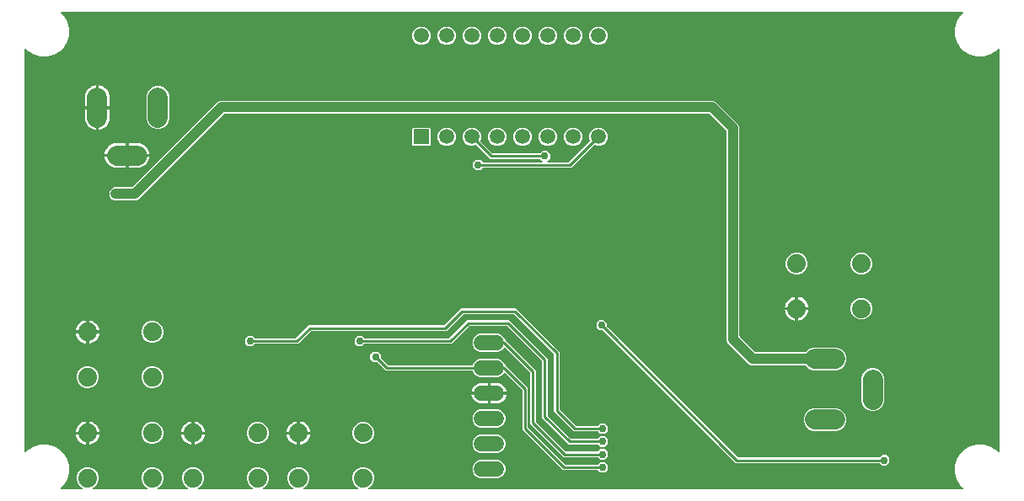
<source format=gbr>
G04 EAGLE Gerber RS-274X export*
G75*
%MOMM*%
%FSLAX34Y34*%
%LPD*%
%INBottom Copper*%
%IPPOS*%
%AMOC8*
5,1,8,0,0,1.08239X$1,22.5*%
G01*
%ADD10C,2.000000*%
%ADD11C,1.879600*%
%ADD12R,1.508000X1.508000*%
%ADD13C,1.508000*%
%ADD14C,1.524000*%
%ADD15C,0.756400*%
%ADD16C,0.254000*%
%ADD17C,1.016000*%

G36*
X67951Y10176D02*
X67951Y10176D01*
X68048Y10186D01*
X68072Y10196D01*
X68098Y10200D01*
X68184Y10246D01*
X68273Y10286D01*
X68292Y10303D01*
X68315Y10316D01*
X68382Y10386D01*
X68454Y10452D01*
X68467Y10475D01*
X68485Y10494D01*
X68526Y10582D01*
X68573Y10668D01*
X68577Y10693D01*
X68588Y10717D01*
X68599Y10814D01*
X68616Y10910D01*
X68613Y10936D01*
X68615Y10961D01*
X68595Y11056D01*
X68581Y11153D01*
X68569Y11176D01*
X68563Y11202D01*
X68513Y11285D01*
X68469Y11372D01*
X68450Y11391D01*
X68437Y11413D01*
X68363Y11476D01*
X68293Y11544D01*
X68265Y11560D01*
X68250Y11573D01*
X68219Y11585D01*
X68146Y11625D01*
X67401Y11934D01*
X64328Y15007D01*
X62665Y19021D01*
X62665Y23367D01*
X64328Y27381D01*
X67401Y30454D01*
X71415Y32117D01*
X75761Y32117D01*
X79775Y30454D01*
X82848Y27381D01*
X84511Y23367D01*
X84511Y19021D01*
X82848Y15007D01*
X79775Y11934D01*
X79030Y11625D01*
X78947Y11574D01*
X78861Y11528D01*
X78843Y11509D01*
X78820Y11496D01*
X78758Y11421D01*
X78691Y11350D01*
X78680Y11326D01*
X78664Y11306D01*
X78629Y11215D01*
X78588Y11127D01*
X78585Y11101D01*
X78575Y11077D01*
X78571Y10979D01*
X78561Y10883D01*
X78566Y10857D01*
X78565Y10831D01*
X78592Y10737D01*
X78613Y10642D01*
X78626Y10620D01*
X78634Y10595D01*
X78689Y10515D01*
X78739Y10431D01*
X78759Y10414D01*
X78774Y10393D01*
X78852Y10335D01*
X78926Y10271D01*
X78950Y10261D01*
X78971Y10246D01*
X79064Y10216D01*
X79154Y10179D01*
X79186Y10176D01*
X79205Y10170D01*
X79238Y10170D01*
X79321Y10161D01*
X132879Y10161D01*
X132975Y10176D01*
X133072Y10186D01*
X133096Y10196D01*
X133122Y10200D01*
X133208Y10246D01*
X133297Y10286D01*
X133316Y10303D01*
X133339Y10316D01*
X133406Y10386D01*
X133478Y10452D01*
X133491Y10475D01*
X133509Y10494D01*
X133550Y10582D01*
X133597Y10668D01*
X133601Y10693D01*
X133612Y10717D01*
X133623Y10814D01*
X133640Y10910D01*
X133637Y10936D01*
X133639Y10961D01*
X133619Y11056D01*
X133605Y11153D01*
X133593Y11176D01*
X133587Y11202D01*
X133537Y11285D01*
X133493Y11372D01*
X133474Y11391D01*
X133461Y11413D01*
X133387Y11476D01*
X133317Y11544D01*
X133289Y11560D01*
X133274Y11573D01*
X133243Y11585D01*
X133170Y11625D01*
X132425Y11934D01*
X129352Y15007D01*
X127689Y19021D01*
X127689Y23367D01*
X129352Y27381D01*
X132425Y30454D01*
X136439Y32117D01*
X140785Y32117D01*
X144799Y30454D01*
X147872Y27381D01*
X149535Y23367D01*
X149535Y19021D01*
X147872Y15007D01*
X144799Y11934D01*
X144054Y11625D01*
X143971Y11574D01*
X143885Y11528D01*
X143867Y11509D01*
X143844Y11496D01*
X143782Y11421D01*
X143715Y11350D01*
X143704Y11326D01*
X143688Y11306D01*
X143653Y11215D01*
X143612Y11127D01*
X143609Y11101D01*
X143599Y11077D01*
X143595Y10979D01*
X143585Y10883D01*
X143590Y10857D01*
X143589Y10831D01*
X143616Y10737D01*
X143637Y10642D01*
X143650Y10620D01*
X143658Y10595D01*
X143713Y10515D01*
X143763Y10431D01*
X143783Y10414D01*
X143798Y10393D01*
X143876Y10335D01*
X143950Y10271D01*
X143974Y10261D01*
X143995Y10246D01*
X144088Y10216D01*
X144178Y10179D01*
X144210Y10176D01*
X144229Y10170D01*
X144262Y10170D01*
X144345Y10161D01*
X173805Y10161D01*
X173901Y10176D01*
X173998Y10186D01*
X174022Y10196D01*
X174048Y10200D01*
X174134Y10246D01*
X174223Y10286D01*
X174242Y10303D01*
X174265Y10316D01*
X174332Y10386D01*
X174404Y10452D01*
X174417Y10475D01*
X174435Y10494D01*
X174476Y10582D01*
X174523Y10668D01*
X174527Y10693D01*
X174538Y10717D01*
X174549Y10814D01*
X174566Y10910D01*
X174563Y10936D01*
X174565Y10961D01*
X174545Y11056D01*
X174531Y11153D01*
X174519Y11176D01*
X174513Y11202D01*
X174463Y11286D01*
X174419Y11372D01*
X174400Y11390D01*
X174387Y11413D01*
X174313Y11476D01*
X174243Y11544D01*
X174215Y11560D01*
X174200Y11573D01*
X174169Y11585D01*
X174096Y11625D01*
X173351Y11934D01*
X170278Y15007D01*
X168615Y19021D01*
X168615Y23367D01*
X170278Y27381D01*
X173351Y30454D01*
X177365Y32117D01*
X181711Y32117D01*
X185725Y30454D01*
X188798Y27381D01*
X190461Y23367D01*
X190461Y19021D01*
X188798Y15007D01*
X185725Y11934D01*
X184980Y11625D01*
X184897Y11574D01*
X184811Y11528D01*
X184793Y11509D01*
X184770Y11496D01*
X184708Y11421D01*
X184641Y11350D01*
X184630Y11326D01*
X184614Y11306D01*
X184579Y11215D01*
X184538Y11127D01*
X184535Y11101D01*
X184525Y11077D01*
X184521Y10979D01*
X184511Y10883D01*
X184516Y10857D01*
X184515Y10831D01*
X184542Y10737D01*
X184563Y10642D01*
X184576Y10620D01*
X184584Y10595D01*
X184639Y10515D01*
X184689Y10431D01*
X184709Y10414D01*
X184724Y10393D01*
X184802Y10334D01*
X184876Y10271D01*
X184900Y10261D01*
X184921Y10246D01*
X185014Y10216D01*
X185104Y10179D01*
X185137Y10176D01*
X185155Y10170D01*
X185188Y10170D01*
X185271Y10161D01*
X238829Y10161D01*
X238925Y10176D01*
X239022Y10186D01*
X239046Y10196D01*
X239072Y10200D01*
X239158Y10246D01*
X239247Y10286D01*
X239266Y10303D01*
X239289Y10316D01*
X239356Y10386D01*
X239428Y10452D01*
X239441Y10475D01*
X239459Y10494D01*
X239500Y10582D01*
X239547Y10668D01*
X239551Y10693D01*
X239562Y10717D01*
X239573Y10814D01*
X239590Y10910D01*
X239587Y10936D01*
X239589Y10961D01*
X239569Y11056D01*
X239555Y11153D01*
X239543Y11176D01*
X239537Y11202D01*
X239487Y11286D01*
X239443Y11372D01*
X239424Y11390D01*
X239411Y11413D01*
X239337Y11476D01*
X239267Y11544D01*
X239239Y11560D01*
X239224Y11573D01*
X239193Y11585D01*
X239120Y11625D01*
X238375Y11934D01*
X235302Y15007D01*
X233639Y19021D01*
X233639Y23367D01*
X235302Y27381D01*
X238375Y30454D01*
X242389Y32117D01*
X246735Y32117D01*
X250749Y30454D01*
X253822Y27381D01*
X255485Y23367D01*
X255485Y19021D01*
X253822Y15007D01*
X250749Y11934D01*
X250004Y11625D01*
X249921Y11574D01*
X249835Y11528D01*
X249817Y11509D01*
X249794Y11496D01*
X249732Y11421D01*
X249665Y11350D01*
X249654Y11326D01*
X249638Y11306D01*
X249603Y11215D01*
X249562Y11127D01*
X249559Y11101D01*
X249549Y11077D01*
X249545Y10979D01*
X249535Y10883D01*
X249540Y10857D01*
X249539Y10831D01*
X249566Y10737D01*
X249587Y10642D01*
X249600Y10620D01*
X249608Y10595D01*
X249663Y10515D01*
X249713Y10431D01*
X249733Y10414D01*
X249748Y10393D01*
X249826Y10334D01*
X249900Y10271D01*
X249924Y10261D01*
X249945Y10246D01*
X250038Y10216D01*
X250128Y10179D01*
X250161Y10176D01*
X250179Y10170D01*
X250212Y10170D01*
X250295Y10161D01*
X279755Y10161D01*
X279851Y10176D01*
X279948Y10186D01*
X279972Y10196D01*
X279998Y10200D01*
X280084Y10246D01*
X280173Y10286D01*
X280192Y10303D01*
X280215Y10316D01*
X280282Y10386D01*
X280354Y10452D01*
X280367Y10475D01*
X280385Y10494D01*
X280426Y10582D01*
X280473Y10668D01*
X280477Y10693D01*
X280488Y10717D01*
X280499Y10814D01*
X280516Y10910D01*
X280513Y10936D01*
X280515Y10961D01*
X280495Y11056D01*
X280481Y11153D01*
X280469Y11176D01*
X280463Y11202D01*
X280413Y11286D01*
X280369Y11372D01*
X280350Y11390D01*
X280337Y11413D01*
X280263Y11476D01*
X280193Y11544D01*
X280165Y11560D01*
X280150Y11573D01*
X280119Y11585D01*
X280046Y11625D01*
X279301Y11934D01*
X276228Y15007D01*
X274565Y19021D01*
X274565Y23367D01*
X276228Y27381D01*
X279301Y30454D01*
X283315Y32117D01*
X287661Y32117D01*
X291675Y30454D01*
X294748Y27381D01*
X296411Y23367D01*
X296411Y19021D01*
X294748Y15007D01*
X291675Y11934D01*
X290930Y11625D01*
X290847Y11574D01*
X290761Y11528D01*
X290743Y11509D01*
X290720Y11496D01*
X290658Y11421D01*
X290591Y11350D01*
X290580Y11326D01*
X290564Y11306D01*
X290529Y11215D01*
X290488Y11127D01*
X290485Y11101D01*
X290475Y11077D01*
X290471Y10979D01*
X290461Y10883D01*
X290466Y10857D01*
X290465Y10831D01*
X290492Y10737D01*
X290513Y10642D01*
X290526Y10620D01*
X290534Y10595D01*
X290589Y10515D01*
X290639Y10431D01*
X290659Y10414D01*
X290674Y10393D01*
X290752Y10334D01*
X290826Y10271D01*
X290850Y10261D01*
X290871Y10246D01*
X290964Y10216D01*
X291054Y10179D01*
X291087Y10176D01*
X291105Y10170D01*
X291138Y10170D01*
X291221Y10161D01*
X344779Y10161D01*
X344875Y10176D01*
X344972Y10186D01*
X344996Y10196D01*
X345022Y10200D01*
X345108Y10246D01*
X345197Y10286D01*
X345216Y10303D01*
X345239Y10316D01*
X345306Y10386D01*
X345378Y10452D01*
X345391Y10475D01*
X345409Y10494D01*
X345450Y10582D01*
X345497Y10668D01*
X345501Y10693D01*
X345512Y10717D01*
X345523Y10814D01*
X345540Y10910D01*
X345537Y10936D01*
X345539Y10961D01*
X345519Y11056D01*
X345505Y11153D01*
X345493Y11176D01*
X345487Y11202D01*
X345437Y11286D01*
X345393Y11372D01*
X345374Y11390D01*
X345361Y11413D01*
X345287Y11476D01*
X345217Y11544D01*
X345189Y11560D01*
X345174Y11573D01*
X345143Y11585D01*
X345070Y11625D01*
X344325Y11934D01*
X341252Y15007D01*
X339589Y19021D01*
X339589Y23367D01*
X341252Y27381D01*
X344325Y30454D01*
X348339Y32117D01*
X352685Y32117D01*
X356699Y30454D01*
X359772Y27381D01*
X361435Y23367D01*
X361435Y19021D01*
X359772Y15007D01*
X356699Y11934D01*
X355954Y11625D01*
X355871Y11574D01*
X355785Y11528D01*
X355767Y11509D01*
X355744Y11496D01*
X355682Y11421D01*
X355615Y11350D01*
X355604Y11326D01*
X355588Y11306D01*
X355553Y11215D01*
X355512Y11127D01*
X355509Y11101D01*
X355499Y11077D01*
X355495Y10979D01*
X355485Y10883D01*
X355490Y10857D01*
X355489Y10831D01*
X355516Y10737D01*
X355537Y10642D01*
X355550Y10620D01*
X355558Y10595D01*
X355613Y10515D01*
X355663Y10431D01*
X355683Y10414D01*
X355698Y10393D01*
X355776Y10334D01*
X355850Y10271D01*
X355874Y10261D01*
X355895Y10246D01*
X355988Y10216D01*
X356078Y10179D01*
X356111Y10176D01*
X356129Y10170D01*
X356162Y10170D01*
X356245Y10161D01*
X952419Y10161D01*
X952490Y10172D01*
X952561Y10174D01*
X952610Y10192D01*
X952662Y10200D01*
X952725Y10234D01*
X952792Y10259D01*
X952833Y10291D01*
X952879Y10316D01*
X952928Y10368D01*
X952984Y10412D01*
X953012Y10456D01*
X953048Y10494D01*
X953078Y10559D01*
X953117Y10619D01*
X953130Y10670D01*
X953152Y10717D01*
X953160Y10788D01*
X953177Y10858D01*
X953173Y10910D01*
X953179Y10961D01*
X953164Y11032D01*
X953158Y11103D01*
X953138Y11151D01*
X953127Y11202D01*
X953090Y11263D01*
X953062Y11329D01*
X953017Y11385D01*
X953001Y11413D01*
X952983Y11428D01*
X952957Y11460D01*
X949866Y14551D01*
X946554Y20288D01*
X944839Y26688D01*
X944839Y33312D01*
X946554Y39712D01*
X949866Y45449D01*
X954551Y50134D01*
X960288Y53446D01*
X966688Y55161D01*
X973312Y55161D01*
X979712Y53446D01*
X985449Y50134D01*
X988540Y47043D01*
X988598Y47001D01*
X988650Y46952D01*
X988697Y46930D01*
X988739Y46899D01*
X988808Y46878D01*
X988873Y46848D01*
X988925Y46842D01*
X988975Y46827D01*
X989046Y46829D01*
X989117Y46821D01*
X989168Y46832D01*
X989220Y46833D01*
X989288Y46858D01*
X989358Y46873D01*
X989403Y46900D01*
X989451Y46918D01*
X989507Y46963D01*
X989569Y46999D01*
X989603Y47039D01*
X989643Y47072D01*
X989682Y47132D01*
X989729Y47186D01*
X989748Y47235D01*
X989776Y47278D01*
X989794Y47348D01*
X989821Y47414D01*
X989829Y47486D01*
X989837Y47517D01*
X989835Y47540D01*
X989839Y47581D01*
X989839Y452419D01*
X989828Y452490D01*
X989826Y452561D01*
X989808Y452610D01*
X989800Y452662D01*
X989766Y452725D01*
X989741Y452792D01*
X989709Y452833D01*
X989684Y452879D01*
X989632Y452928D01*
X989588Y452984D01*
X989544Y453012D01*
X989506Y453048D01*
X989441Y453078D01*
X989381Y453117D01*
X989330Y453130D01*
X989283Y453152D01*
X989212Y453160D01*
X989142Y453177D01*
X989090Y453173D01*
X989039Y453179D01*
X988968Y453164D01*
X988897Y453158D01*
X988849Y453138D01*
X988798Y453127D01*
X988737Y453090D01*
X988671Y453062D01*
X988615Y453017D01*
X988587Y453001D01*
X988572Y452983D01*
X988540Y452957D01*
X985449Y449866D01*
X979712Y446554D01*
X973312Y444839D01*
X966688Y444839D01*
X960288Y446554D01*
X954551Y449866D01*
X949866Y454551D01*
X946554Y460288D01*
X944839Y466688D01*
X944839Y473312D01*
X946554Y479712D01*
X949866Y485449D01*
X952957Y488540D01*
X952999Y488598D01*
X953048Y488650D01*
X953070Y488697D01*
X953101Y488739D01*
X953122Y488808D01*
X953152Y488873D01*
X953158Y488925D01*
X953173Y488975D01*
X953171Y489046D01*
X953179Y489117D01*
X953168Y489168D01*
X953167Y489220D01*
X953142Y489288D01*
X953127Y489358D01*
X953100Y489403D01*
X953082Y489451D01*
X953037Y489507D01*
X953001Y489569D01*
X952961Y489603D01*
X952928Y489643D01*
X952868Y489682D01*
X952814Y489729D01*
X952765Y489748D01*
X952722Y489776D01*
X952652Y489794D01*
X952586Y489821D01*
X952514Y489829D01*
X952483Y489837D01*
X952460Y489835D01*
X952419Y489839D01*
X47581Y489839D01*
X47510Y489828D01*
X47439Y489826D01*
X47390Y489808D01*
X47338Y489800D01*
X47275Y489766D01*
X47208Y489741D01*
X47167Y489709D01*
X47121Y489684D01*
X47072Y489632D01*
X47016Y489588D01*
X46988Y489544D01*
X46952Y489506D01*
X46922Y489441D01*
X46883Y489381D01*
X46870Y489330D01*
X46848Y489283D01*
X46840Y489212D01*
X46823Y489142D01*
X46827Y489090D01*
X46821Y489039D01*
X46836Y488968D01*
X46842Y488897D01*
X46862Y488849D01*
X46873Y488798D01*
X46910Y488737D01*
X46938Y488671D01*
X46983Y488615D01*
X46999Y488587D01*
X47017Y488572D01*
X47043Y488540D01*
X50134Y485449D01*
X53446Y479712D01*
X55161Y473312D01*
X55161Y466688D01*
X53446Y460288D01*
X50134Y454551D01*
X45449Y449866D01*
X39712Y446554D01*
X33312Y444839D01*
X26688Y444839D01*
X20288Y446554D01*
X14551Y449866D01*
X11460Y452957D01*
X11402Y452999D01*
X11350Y453048D01*
X11303Y453070D01*
X11261Y453101D01*
X11192Y453122D01*
X11127Y453152D01*
X11075Y453158D01*
X11025Y453173D01*
X10954Y453171D01*
X10883Y453179D01*
X10832Y453168D01*
X10780Y453167D01*
X10712Y453142D01*
X10642Y453127D01*
X10597Y453100D01*
X10549Y453082D01*
X10493Y453037D01*
X10431Y453001D01*
X10397Y452961D01*
X10357Y452928D01*
X10318Y452868D01*
X10271Y452814D01*
X10252Y452765D01*
X10224Y452722D01*
X10206Y452652D01*
X10179Y452586D01*
X10171Y452514D01*
X10163Y452483D01*
X10165Y452460D01*
X10161Y452419D01*
X10161Y47581D01*
X10172Y47510D01*
X10174Y47439D01*
X10192Y47390D01*
X10200Y47338D01*
X10234Y47275D01*
X10259Y47208D01*
X10291Y47167D01*
X10316Y47121D01*
X10368Y47072D01*
X10412Y47016D01*
X10456Y46988D01*
X10494Y46952D01*
X10559Y46922D01*
X10619Y46883D01*
X10670Y46870D01*
X10717Y46848D01*
X10788Y46840D01*
X10858Y46823D01*
X10910Y46827D01*
X10961Y46821D01*
X11032Y46836D01*
X11103Y46842D01*
X11151Y46862D01*
X11202Y46873D01*
X11263Y46910D01*
X11329Y46938D01*
X11385Y46983D01*
X11413Y46999D01*
X11428Y47017D01*
X11460Y47043D01*
X14551Y50134D01*
X20288Y53446D01*
X26688Y55161D01*
X33312Y55161D01*
X39712Y53446D01*
X45449Y50134D01*
X50134Y45449D01*
X53446Y39712D01*
X55161Y33312D01*
X55161Y26688D01*
X53446Y20288D01*
X50134Y14551D01*
X47043Y11460D01*
X47001Y11402D01*
X46952Y11350D01*
X46930Y11303D01*
X46899Y11261D01*
X46878Y11192D01*
X46848Y11127D01*
X46842Y11075D01*
X46827Y11025D01*
X46829Y10954D01*
X46821Y10883D01*
X46832Y10832D01*
X46833Y10780D01*
X46858Y10712D01*
X46873Y10642D01*
X46900Y10597D01*
X46918Y10549D01*
X46963Y10493D01*
X46999Y10431D01*
X47039Y10397D01*
X47072Y10357D01*
X47132Y10318D01*
X47186Y10271D01*
X47235Y10252D01*
X47278Y10224D01*
X47348Y10206D01*
X47414Y10179D01*
X47486Y10171D01*
X47517Y10163D01*
X47540Y10165D01*
X47581Y10161D01*
X67855Y10161D01*
X67951Y10176D01*
G37*
%LPC*%
G36*
X802208Y129575D02*
X802208Y129575D01*
X797972Y131330D01*
X795029Y134272D01*
X794955Y134325D01*
X794886Y134385D01*
X794856Y134397D01*
X794830Y134416D01*
X794743Y134443D01*
X794658Y134477D01*
X794617Y134481D01*
X794594Y134488D01*
X794562Y134487D01*
X794491Y134495D01*
X740586Y134495D01*
X738159Y135501D01*
X716401Y157259D01*
X715395Y159686D01*
X715395Y369949D01*
X715381Y370039D01*
X715373Y370130D01*
X715361Y370160D01*
X715356Y370192D01*
X715313Y370272D01*
X715277Y370356D01*
X715251Y370388D01*
X715240Y370409D01*
X715217Y370431D01*
X715172Y370487D01*
X698487Y387172D01*
X698413Y387225D01*
X698344Y387285D01*
X698314Y387297D01*
X698287Y387316D01*
X698200Y387343D01*
X698116Y387377D01*
X698075Y387381D01*
X698052Y387388D01*
X698020Y387387D01*
X697949Y387395D01*
X211051Y387395D01*
X210961Y387381D01*
X210870Y387373D01*
X210840Y387361D01*
X210808Y387356D01*
X210728Y387313D01*
X210644Y387277D01*
X210612Y387251D01*
X210591Y387240D01*
X210569Y387217D01*
X210513Y387172D01*
X124741Y301401D01*
X122314Y300395D01*
X100686Y300395D01*
X98259Y301401D01*
X96401Y303259D01*
X95395Y305686D01*
X95395Y308314D01*
X96401Y310741D01*
X98259Y312599D01*
X100686Y313605D01*
X117949Y313605D01*
X118039Y313619D01*
X118130Y313627D01*
X118160Y313639D01*
X118192Y313644D01*
X118272Y313687D01*
X118356Y313723D01*
X118388Y313749D01*
X118409Y313760D01*
X118431Y313783D01*
X118487Y313828D01*
X204259Y399599D01*
X206686Y400605D01*
X702314Y400605D01*
X704741Y399599D01*
X727599Y376741D01*
X728605Y374314D01*
X728605Y164051D01*
X728619Y163961D01*
X728627Y163870D01*
X728639Y163840D01*
X728644Y163808D01*
X728687Y163728D01*
X728723Y163644D01*
X728749Y163612D01*
X728760Y163591D01*
X728783Y163569D01*
X728828Y163513D01*
X744413Y147928D01*
X744487Y147875D01*
X744556Y147815D01*
X744586Y147803D01*
X744613Y147784D01*
X744700Y147757D01*
X744784Y147723D01*
X744825Y147719D01*
X744848Y147712D01*
X744880Y147713D01*
X744951Y147705D01*
X794491Y147705D01*
X794581Y147719D01*
X794672Y147727D01*
X794702Y147739D01*
X794734Y147744D01*
X794814Y147787D01*
X794898Y147823D01*
X794931Y147849D01*
X794951Y147860D01*
X794973Y147883D01*
X795029Y147928D01*
X797972Y150870D01*
X802208Y152625D01*
X826792Y152625D01*
X831028Y150870D01*
X834270Y147628D01*
X836025Y143392D01*
X836025Y138808D01*
X834270Y134572D01*
X831028Y131330D01*
X826792Y129575D01*
X802208Y129575D01*
G37*
%LPD*%
%LPC*%
G36*
X588802Y65693D02*
X588802Y65693D01*
X586513Y67982D01*
X586439Y68035D01*
X586369Y68095D01*
X586339Y68107D01*
X586313Y68126D01*
X586226Y68153D01*
X586141Y68187D01*
X586100Y68191D01*
X586078Y68198D01*
X586046Y68197D01*
X585975Y68205D01*
X561842Y68205D01*
X542205Y87842D01*
X542205Y145527D01*
X542191Y145617D01*
X542183Y145708D01*
X542171Y145738D01*
X542166Y145770D01*
X542123Y145850D01*
X542087Y145934D01*
X542061Y145966D01*
X542050Y145987D01*
X542027Y146009D01*
X541982Y146065D01*
X502065Y185982D01*
X501991Y186035D01*
X501922Y186095D01*
X501892Y186107D01*
X501866Y186126D01*
X501779Y186153D01*
X501694Y186187D01*
X501653Y186191D01*
X501631Y186198D01*
X501598Y186197D01*
X501527Y186205D01*
X451473Y186205D01*
X451383Y186191D01*
X451292Y186183D01*
X451262Y186171D01*
X451230Y186166D01*
X451150Y186123D01*
X451066Y186087D01*
X451034Y186061D01*
X451013Y186050D01*
X450991Y186027D01*
X450935Y185982D01*
X434158Y169205D01*
X298473Y169205D01*
X298383Y169191D01*
X298292Y169183D01*
X298262Y169171D01*
X298230Y169166D01*
X298150Y169123D01*
X298066Y169087D01*
X298034Y169061D01*
X298013Y169050D01*
X297991Y169027D01*
X297935Y168982D01*
X285158Y156205D01*
X242025Y156205D01*
X241935Y156191D01*
X241844Y156183D01*
X241815Y156171D01*
X241783Y156166D01*
X241702Y156123D01*
X241618Y156087D01*
X241586Y156061D01*
X241565Y156050D01*
X241543Y156027D01*
X241487Y155982D01*
X239198Y153693D01*
X234802Y153693D01*
X231693Y156802D01*
X231693Y161198D01*
X234802Y164307D01*
X239198Y164307D01*
X241487Y162018D01*
X241561Y161965D01*
X241631Y161905D01*
X241661Y161893D01*
X241687Y161874D01*
X241774Y161847D01*
X241859Y161813D01*
X241900Y161809D01*
X241922Y161802D01*
X241954Y161803D01*
X242025Y161795D01*
X282527Y161795D01*
X282617Y161809D01*
X282708Y161817D01*
X282738Y161829D01*
X282770Y161834D01*
X282850Y161877D01*
X282934Y161913D01*
X282966Y161939D01*
X282987Y161950D01*
X283009Y161973D01*
X283065Y162018D01*
X295842Y174795D01*
X431527Y174795D01*
X431617Y174809D01*
X431708Y174817D01*
X431738Y174829D01*
X431770Y174834D01*
X431850Y174877D01*
X431934Y174913D01*
X431966Y174939D01*
X431987Y174950D01*
X432009Y174973D01*
X432065Y175018D01*
X448842Y191795D01*
X504158Y191795D01*
X547795Y148158D01*
X547795Y90473D01*
X547809Y90383D01*
X547817Y90292D01*
X547829Y90262D01*
X547834Y90230D01*
X547877Y90150D01*
X547913Y90066D01*
X547939Y90034D01*
X547950Y90013D01*
X547973Y89991D01*
X548018Y89935D01*
X563935Y74018D01*
X564009Y73965D01*
X564078Y73905D01*
X564108Y73893D01*
X564134Y73874D01*
X564221Y73847D01*
X564306Y73813D01*
X564347Y73809D01*
X564369Y73802D01*
X564402Y73803D01*
X564473Y73795D01*
X585975Y73795D01*
X586065Y73809D01*
X586156Y73817D01*
X586185Y73829D01*
X586217Y73834D01*
X586298Y73877D01*
X586382Y73913D01*
X586414Y73939D01*
X586435Y73950D01*
X586457Y73973D01*
X586513Y74018D01*
X588802Y76307D01*
X593198Y76307D01*
X596307Y73198D01*
X596307Y68802D01*
X593198Y65693D01*
X588802Y65693D01*
G37*
%LPD*%
%LPC*%
G36*
X588802Y26693D02*
X588802Y26693D01*
X586513Y28982D01*
X586439Y29035D01*
X586369Y29095D01*
X586339Y29107D01*
X586313Y29126D01*
X586226Y29153D01*
X586141Y29187D01*
X586100Y29191D01*
X586078Y29198D01*
X586046Y29197D01*
X585975Y29205D01*
X550842Y29205D01*
X510205Y69842D01*
X510205Y109627D01*
X510191Y109717D01*
X510183Y109808D01*
X510171Y109838D01*
X510166Y109870D01*
X510123Y109951D01*
X510087Y110034D01*
X510061Y110067D01*
X510050Y110087D01*
X510027Y110109D01*
X509982Y110165D01*
X493338Y126809D01*
X493322Y126821D01*
X493310Y126836D01*
X493222Y126893D01*
X493139Y126953D01*
X493120Y126959D01*
X493103Y126969D01*
X493002Y126995D01*
X492904Y127025D01*
X492884Y127025D01*
X492864Y127029D01*
X492761Y127021D01*
X492658Y127019D01*
X492639Y127012D01*
X492619Y127010D01*
X492524Y126970D01*
X492427Y126934D01*
X492411Y126922D01*
X492393Y126914D01*
X492262Y126809D01*
X489800Y124347D01*
X486439Y122955D01*
X467561Y122955D01*
X464200Y124347D01*
X461627Y126920D01*
X460834Y128835D01*
X460772Y128935D01*
X460713Y129035D01*
X460708Y129039D01*
X460705Y129044D01*
X460614Y129119D01*
X460526Y129195D01*
X460520Y129197D01*
X460515Y129201D01*
X460407Y129243D01*
X460298Y129287D01*
X460290Y129288D01*
X460285Y129289D01*
X460267Y129290D01*
X460131Y129305D01*
X372742Y129305D01*
X364577Y137470D01*
X364503Y137523D01*
X364434Y137583D01*
X364404Y137595D01*
X364378Y137614D01*
X364291Y137641D01*
X364206Y137675D01*
X364165Y137679D01*
X364143Y137686D01*
X364110Y137685D01*
X364039Y137693D01*
X360802Y137693D01*
X357693Y140802D01*
X357693Y145198D01*
X360802Y148307D01*
X365198Y148307D01*
X368307Y145198D01*
X368307Y141961D01*
X368321Y141871D01*
X368329Y141780D01*
X368341Y141750D01*
X368346Y141718D01*
X368389Y141638D01*
X368425Y141554D01*
X368451Y141522D01*
X368462Y141501D01*
X368485Y141479D01*
X368530Y141423D01*
X374835Y135118D01*
X374909Y135065D01*
X374978Y135005D01*
X375008Y134993D01*
X375034Y134974D01*
X375121Y134947D01*
X375206Y134913D01*
X375247Y134909D01*
X375269Y134902D01*
X375302Y134903D01*
X375373Y134895D01*
X460131Y134895D01*
X460246Y134914D01*
X460362Y134931D01*
X460367Y134933D01*
X460374Y134934D01*
X460476Y134989D01*
X460581Y135042D01*
X460585Y135047D01*
X460591Y135050D01*
X460671Y135134D01*
X460753Y135218D01*
X460757Y135224D01*
X460760Y135228D01*
X460768Y135245D01*
X460834Y135365D01*
X461627Y137280D01*
X464200Y139853D01*
X467561Y141245D01*
X486439Y141245D01*
X489800Y139853D01*
X492373Y137280D01*
X493446Y134688D01*
X493481Y134632D01*
X493506Y134572D01*
X493558Y134507D01*
X493576Y134479D01*
X493591Y134467D01*
X493611Y134441D01*
X495018Y133035D01*
X513935Y114118D01*
X515795Y112258D01*
X515795Y72473D01*
X515809Y72383D01*
X515817Y72292D01*
X515829Y72262D01*
X515834Y72230D01*
X515877Y72150D01*
X515913Y72066D01*
X515939Y72034D01*
X515950Y72013D01*
X515973Y71991D01*
X516018Y71935D01*
X552935Y35018D01*
X553009Y34965D01*
X553078Y34905D01*
X553108Y34893D01*
X553134Y34874D01*
X553221Y34847D01*
X553306Y34813D01*
X553347Y34809D01*
X553369Y34802D01*
X553402Y34803D01*
X553473Y34795D01*
X585975Y34795D01*
X586065Y34809D01*
X586156Y34817D01*
X586185Y34829D01*
X586217Y34834D01*
X586298Y34877D01*
X586382Y34913D01*
X586414Y34939D01*
X586435Y34950D01*
X586457Y34973D01*
X586513Y35018D01*
X588802Y37307D01*
X593198Y37307D01*
X596307Y34198D01*
X596307Y29802D01*
X593198Y26693D01*
X588802Y26693D01*
G37*
%LPD*%
%LPC*%
G36*
X871802Y33693D02*
X871802Y33693D01*
X869513Y35982D01*
X869439Y36035D01*
X869369Y36095D01*
X869339Y36107D01*
X869313Y36126D01*
X869226Y36153D01*
X869141Y36187D01*
X869100Y36191D01*
X869078Y36198D01*
X869046Y36197D01*
X868975Y36205D01*
X724842Y36205D01*
X591577Y169470D01*
X591503Y169523D01*
X591434Y169583D01*
X591404Y169595D01*
X591378Y169614D01*
X591291Y169641D01*
X591206Y169675D01*
X591165Y169679D01*
X591143Y169686D01*
X591110Y169685D01*
X591039Y169693D01*
X587802Y169693D01*
X584693Y172802D01*
X584693Y177198D01*
X587802Y180307D01*
X592198Y180307D01*
X595307Y177198D01*
X595307Y173961D01*
X595321Y173871D01*
X595329Y173780D01*
X595341Y173750D01*
X595346Y173718D01*
X595389Y173638D01*
X595425Y173554D01*
X595451Y173522D01*
X595462Y173501D01*
X595485Y173479D01*
X595530Y173423D01*
X726935Y42018D01*
X727009Y41965D01*
X727078Y41905D01*
X727108Y41893D01*
X727134Y41874D01*
X727221Y41847D01*
X727306Y41813D01*
X727347Y41809D01*
X727369Y41802D01*
X727402Y41803D01*
X727473Y41795D01*
X868975Y41795D01*
X869065Y41809D01*
X869156Y41817D01*
X869185Y41829D01*
X869217Y41834D01*
X869298Y41877D01*
X869382Y41913D01*
X869414Y41939D01*
X869435Y41950D01*
X869457Y41973D01*
X869513Y42018D01*
X871802Y44307D01*
X876198Y44307D01*
X879307Y41198D01*
X879307Y36802D01*
X876198Y33693D01*
X871802Y33693D01*
G37*
%LPD*%
%LPC*%
G36*
X588802Y52693D02*
X588802Y52693D01*
X586513Y54982D01*
X586439Y55035D01*
X586369Y55095D01*
X586339Y55107D01*
X586313Y55126D01*
X586226Y55153D01*
X586141Y55187D01*
X586100Y55191D01*
X586078Y55198D01*
X586046Y55197D01*
X585975Y55205D01*
X556842Y55205D01*
X530205Y81842D01*
X530205Y138527D01*
X530191Y138617D01*
X530183Y138708D01*
X530171Y138738D01*
X530166Y138770D01*
X530123Y138850D01*
X530087Y138934D01*
X530061Y138966D01*
X530050Y138987D01*
X530027Y139009D01*
X529982Y139065D01*
X495065Y173982D01*
X494991Y174035D01*
X494922Y174095D01*
X494892Y174107D01*
X494866Y174126D01*
X494779Y174153D01*
X494694Y174187D01*
X494653Y174191D01*
X494631Y174198D01*
X494598Y174197D01*
X494527Y174205D01*
X457473Y174205D01*
X457383Y174191D01*
X457292Y174183D01*
X457262Y174171D01*
X457230Y174166D01*
X457150Y174123D01*
X457066Y174087D01*
X457034Y174061D01*
X457013Y174050D01*
X456991Y174027D01*
X456935Y173982D01*
X439158Y156205D01*
X352025Y156205D01*
X351935Y156191D01*
X351844Y156183D01*
X351815Y156171D01*
X351783Y156166D01*
X351702Y156123D01*
X351618Y156087D01*
X351586Y156061D01*
X351565Y156050D01*
X351543Y156027D01*
X351487Y155982D01*
X349198Y153693D01*
X344802Y153693D01*
X341693Y156802D01*
X341693Y161198D01*
X344802Y164307D01*
X349198Y164307D01*
X351487Y162018D01*
X351561Y161965D01*
X351631Y161905D01*
X351661Y161893D01*
X351687Y161874D01*
X351774Y161847D01*
X351859Y161813D01*
X351900Y161809D01*
X351922Y161802D01*
X351954Y161803D01*
X352025Y161795D01*
X436527Y161795D01*
X436617Y161809D01*
X436708Y161817D01*
X436738Y161829D01*
X436770Y161834D01*
X436850Y161877D01*
X436934Y161913D01*
X436966Y161939D01*
X436987Y161950D01*
X437009Y161973D01*
X437065Y162018D01*
X454842Y179795D01*
X497158Y179795D01*
X535795Y141158D01*
X535795Y84473D01*
X535809Y84383D01*
X535817Y84292D01*
X535829Y84262D01*
X535834Y84230D01*
X535877Y84150D01*
X535913Y84066D01*
X535939Y84034D01*
X535950Y84013D01*
X535973Y83991D01*
X536018Y83935D01*
X558935Y61018D01*
X559009Y60965D01*
X559078Y60905D01*
X559108Y60893D01*
X559134Y60874D01*
X559221Y60847D01*
X559306Y60813D01*
X559347Y60809D01*
X559369Y60802D01*
X559402Y60803D01*
X559473Y60795D01*
X585975Y60795D01*
X586065Y60809D01*
X586156Y60817D01*
X586185Y60829D01*
X586217Y60834D01*
X586298Y60877D01*
X586382Y60913D01*
X586414Y60939D01*
X586435Y60950D01*
X586457Y60973D01*
X586513Y61018D01*
X588802Y63307D01*
X593198Y63307D01*
X596307Y60198D01*
X596307Y55802D01*
X593198Y52693D01*
X588802Y52693D01*
G37*
%LPD*%
%LPC*%
G36*
X463802Y330693D02*
X463802Y330693D01*
X460693Y333802D01*
X460693Y338198D01*
X463802Y341307D01*
X468198Y341307D01*
X470487Y339018D01*
X470561Y338965D01*
X470631Y338905D01*
X470661Y338893D01*
X470687Y338874D01*
X470774Y338847D01*
X470859Y338813D01*
X470900Y338809D01*
X470922Y338802D01*
X470954Y338803D01*
X471025Y338795D01*
X529863Y338795D01*
X529933Y338806D01*
X530005Y338808D01*
X530054Y338826D01*
X530105Y338834D01*
X530169Y338868D01*
X530236Y338893D01*
X530277Y338925D01*
X530323Y338950D01*
X530372Y339002D01*
X530428Y339046D01*
X530456Y339090D01*
X530492Y339128D01*
X530522Y339193D01*
X530561Y339253D01*
X530574Y339304D01*
X530596Y339351D01*
X530604Y339422D01*
X530621Y339492D01*
X530617Y339544D01*
X530623Y339595D01*
X530608Y339666D01*
X530602Y339737D01*
X530582Y339785D01*
X530571Y339836D01*
X530534Y339897D01*
X530506Y339963D01*
X530461Y340019D01*
X530444Y340047D01*
X530427Y340062D01*
X530401Y340094D01*
X528513Y341982D01*
X528439Y342035D01*
X528369Y342095D01*
X528339Y342107D01*
X528313Y342126D01*
X528226Y342153D01*
X528141Y342187D01*
X528100Y342191D01*
X528078Y342198D01*
X528046Y342197D01*
X527975Y342205D01*
X478042Y342205D01*
X464303Y355945D01*
X464209Y356012D01*
X464114Y356083D01*
X464108Y356085D01*
X464103Y356088D01*
X463992Y356123D01*
X463880Y356159D01*
X463874Y356159D01*
X463868Y356161D01*
X463751Y356158D01*
X463634Y356157D01*
X463627Y356155D01*
X463622Y356154D01*
X463605Y356148D01*
X463473Y356110D01*
X461603Y355335D01*
X457997Y355335D01*
X454665Y356715D01*
X452115Y359265D01*
X450735Y362597D01*
X450735Y366203D01*
X452115Y369535D01*
X454665Y372085D01*
X457997Y373465D01*
X461603Y373465D01*
X464935Y372085D01*
X467485Y369535D01*
X468865Y366203D01*
X468865Y362597D01*
X468090Y360727D01*
X468063Y360613D01*
X468035Y360500D01*
X468035Y360493D01*
X468034Y360487D01*
X468045Y360371D01*
X468054Y360254D01*
X468056Y360249D01*
X468057Y360242D01*
X468105Y360135D01*
X468150Y360028D01*
X468155Y360022D01*
X468157Y360018D01*
X468170Y360004D01*
X468255Y359897D01*
X480135Y348018D01*
X480209Y347965D01*
X480278Y347905D01*
X480308Y347893D01*
X480334Y347874D01*
X480421Y347847D01*
X480506Y347813D01*
X480547Y347809D01*
X480569Y347802D01*
X480602Y347803D01*
X480673Y347795D01*
X527975Y347795D01*
X528065Y347809D01*
X528156Y347817D01*
X528185Y347829D01*
X528217Y347834D01*
X528298Y347877D01*
X528382Y347913D01*
X528414Y347939D01*
X528435Y347950D01*
X528457Y347973D01*
X528513Y348018D01*
X530802Y350307D01*
X535198Y350307D01*
X538307Y347198D01*
X538307Y342802D01*
X535599Y340094D01*
X535557Y340036D01*
X535508Y339984D01*
X535486Y339937D01*
X535456Y339895D01*
X535434Y339826D01*
X535404Y339761D01*
X535399Y339709D01*
X535383Y339659D01*
X535385Y339588D01*
X535377Y339517D01*
X535388Y339466D01*
X535390Y339414D01*
X535414Y339346D01*
X535429Y339276D01*
X535456Y339231D01*
X535474Y339183D01*
X535519Y339127D01*
X535556Y339065D01*
X535595Y339031D01*
X535628Y338991D01*
X535688Y338952D01*
X535743Y338905D01*
X535791Y338886D01*
X535835Y338858D01*
X535904Y338840D01*
X535971Y338813D01*
X536042Y338805D01*
X536073Y338797D01*
X536096Y338799D01*
X536137Y338795D01*
X556927Y338795D01*
X557017Y338809D01*
X557108Y338817D01*
X557138Y338829D01*
X557170Y338834D01*
X557250Y338877D01*
X557334Y338913D01*
X557366Y338939D01*
X557387Y338950D01*
X557409Y338973D01*
X557465Y339018D01*
X578345Y359897D01*
X578412Y359991D01*
X578483Y360086D01*
X578485Y360092D01*
X578488Y360097D01*
X578523Y360208D01*
X578559Y360320D01*
X578559Y360326D01*
X578561Y360332D01*
X578558Y360449D01*
X578557Y360566D01*
X578555Y360573D01*
X578554Y360578D01*
X578548Y360595D01*
X578510Y360727D01*
X577735Y362597D01*
X577735Y366203D01*
X579115Y369535D01*
X581665Y372085D01*
X584997Y373465D01*
X588603Y373465D01*
X591935Y372085D01*
X594485Y369535D01*
X595865Y366203D01*
X595865Y362597D01*
X594485Y359265D01*
X591935Y356715D01*
X588603Y355335D01*
X584997Y355335D01*
X583127Y356110D01*
X583013Y356137D01*
X582900Y356165D01*
X582893Y356165D01*
X582887Y356166D01*
X582771Y356155D01*
X582654Y356146D01*
X582649Y356144D01*
X582642Y356143D01*
X582535Y356095D01*
X582428Y356050D01*
X582422Y356045D01*
X582418Y356043D01*
X582404Y356030D01*
X582297Y355945D01*
X559558Y333205D01*
X471025Y333205D01*
X470935Y333191D01*
X470844Y333183D01*
X470815Y333171D01*
X470783Y333166D01*
X470702Y333123D01*
X470618Y333087D01*
X470586Y333061D01*
X470565Y333050D01*
X470543Y333027D01*
X470487Y332982D01*
X468198Y330693D01*
X463802Y330693D01*
G37*
%LPD*%
%LPC*%
G36*
X588802Y39693D02*
X588802Y39693D01*
X586513Y41982D01*
X586439Y42035D01*
X586369Y42095D01*
X586339Y42107D01*
X586313Y42126D01*
X586226Y42153D01*
X586141Y42187D01*
X586100Y42191D01*
X586078Y42198D01*
X586046Y42197D01*
X585975Y42205D01*
X551842Y42205D01*
X549982Y44065D01*
X520065Y73982D01*
X518205Y75842D01*
X518205Y127027D01*
X518191Y127117D01*
X518183Y127208D01*
X518171Y127238D01*
X518166Y127270D01*
X518123Y127350D01*
X518087Y127434D01*
X518061Y127466D01*
X518050Y127487D01*
X518027Y127509D01*
X517982Y127565D01*
X493338Y152209D01*
X493322Y152221D01*
X493310Y152236D01*
X493222Y152293D01*
X493139Y152353D01*
X493120Y152359D01*
X493103Y152369D01*
X493002Y152395D01*
X492904Y152425D01*
X492884Y152425D01*
X492864Y152429D01*
X492761Y152421D01*
X492658Y152419D01*
X492639Y152412D01*
X492619Y152410D01*
X492524Y152370D01*
X492427Y152334D01*
X492411Y152322D01*
X492393Y152314D01*
X492262Y152209D01*
X489800Y149747D01*
X486439Y148355D01*
X467561Y148355D01*
X464200Y149747D01*
X461627Y152320D01*
X460235Y155681D01*
X460235Y159319D01*
X461627Y162680D01*
X464200Y165253D01*
X467561Y166645D01*
X486439Y166645D01*
X489800Y165253D01*
X492373Y162680D01*
X493446Y160088D01*
X493481Y160032D01*
X493506Y159972D01*
X493558Y159907D01*
X493576Y159879D01*
X493591Y159867D01*
X493611Y159841D01*
X523795Y129658D01*
X523795Y78473D01*
X523809Y78383D01*
X523817Y78292D01*
X523829Y78262D01*
X523834Y78230D01*
X523877Y78149D01*
X523913Y78066D01*
X523939Y78033D01*
X523950Y78013D01*
X523973Y77991D01*
X524018Y77935D01*
X553935Y48018D01*
X554009Y47965D01*
X554078Y47905D01*
X554108Y47893D01*
X554134Y47874D01*
X554221Y47847D01*
X554306Y47813D01*
X554347Y47809D01*
X554369Y47802D01*
X554402Y47803D01*
X554473Y47795D01*
X585975Y47795D01*
X586065Y47809D01*
X586156Y47817D01*
X586185Y47829D01*
X586217Y47834D01*
X586298Y47877D01*
X586382Y47913D01*
X586414Y47939D01*
X586435Y47950D01*
X586457Y47973D01*
X586513Y48018D01*
X588802Y50307D01*
X593198Y50307D01*
X596307Y47198D01*
X596307Y42802D01*
X593198Y39693D01*
X588802Y39693D01*
G37*
%LPD*%
%LPC*%
G36*
X860208Y88575D02*
X860208Y88575D01*
X855972Y90330D01*
X852730Y93572D01*
X850975Y97808D01*
X850975Y122392D01*
X852730Y126628D01*
X855972Y129870D01*
X860208Y131625D01*
X864792Y131625D01*
X869028Y129870D01*
X872270Y126628D01*
X874025Y122392D01*
X874025Y97808D01*
X872270Y93572D01*
X869028Y90330D01*
X864792Y88575D01*
X860208Y88575D01*
G37*
%LPD*%
%LPC*%
G36*
X802208Y68575D02*
X802208Y68575D01*
X797972Y70330D01*
X794730Y73572D01*
X792975Y77808D01*
X792975Y82392D01*
X794730Y86628D01*
X797972Y89870D01*
X802208Y91625D01*
X826792Y91625D01*
X831028Y89870D01*
X834270Y86628D01*
X836025Y82392D01*
X836025Y77808D01*
X834270Y73572D01*
X831028Y70330D01*
X826792Y68575D01*
X802208Y68575D01*
G37*
%LPD*%
%LPC*%
G36*
X142008Y372175D02*
X142008Y372175D01*
X137772Y373930D01*
X134530Y377172D01*
X132775Y381408D01*
X132775Y405992D01*
X134530Y410228D01*
X137772Y413470D01*
X142008Y415225D01*
X146592Y415225D01*
X150828Y413470D01*
X154070Y410228D01*
X155825Y405992D01*
X155825Y381408D01*
X154070Y377172D01*
X150828Y373930D01*
X146592Y372175D01*
X142008Y372175D01*
G37*
%LPD*%
%LPC*%
G36*
X467561Y21355D02*
X467561Y21355D01*
X464200Y22747D01*
X461627Y25320D01*
X460235Y28681D01*
X460235Y32319D01*
X461627Y35680D01*
X464200Y38253D01*
X467561Y39645D01*
X486439Y39645D01*
X489800Y38253D01*
X492373Y35680D01*
X493765Y32319D01*
X493765Y28681D01*
X492373Y25320D01*
X489800Y22747D01*
X486439Y21355D01*
X467561Y21355D01*
G37*
%LPD*%
%LPC*%
G36*
X467561Y72155D02*
X467561Y72155D01*
X464200Y73547D01*
X461627Y76120D01*
X460235Y79481D01*
X460235Y83119D01*
X461627Y86480D01*
X464200Y89053D01*
X467561Y90445D01*
X486439Y90445D01*
X489800Y89053D01*
X492373Y86480D01*
X493765Y83119D01*
X493765Y79481D01*
X492373Y76120D01*
X489800Y73547D01*
X486439Y72155D01*
X467561Y72155D01*
G37*
%LPD*%
%LPC*%
G36*
X467561Y46755D02*
X467561Y46755D01*
X464200Y48147D01*
X461627Y50720D01*
X460235Y54081D01*
X460235Y57719D01*
X461627Y61080D01*
X464200Y63653D01*
X467561Y65045D01*
X486439Y65045D01*
X489800Y63653D01*
X492373Y61080D01*
X493765Y57719D01*
X493765Y54081D01*
X492373Y50720D01*
X489800Y48147D01*
X486439Y46755D01*
X467561Y46755D01*
G37*
%LPD*%
%LPC*%
G36*
X136439Y157183D02*
X136439Y157183D01*
X132425Y158846D01*
X129352Y161919D01*
X127689Y165933D01*
X127689Y170279D01*
X129352Y174293D01*
X132425Y177366D01*
X136439Y179029D01*
X140785Y179029D01*
X144799Y177366D01*
X147872Y174293D01*
X149535Y170279D01*
X149535Y165933D01*
X147872Y161919D01*
X144799Y158846D01*
X140785Y157183D01*
X136439Y157183D01*
G37*
%LPD*%
%LPC*%
G36*
X71415Y111971D02*
X71415Y111971D01*
X67401Y113634D01*
X64328Y116707D01*
X62665Y120721D01*
X62665Y125067D01*
X64328Y129081D01*
X67401Y132154D01*
X71415Y133817D01*
X75761Y133817D01*
X79775Y132154D01*
X82848Y129081D01*
X84511Y125067D01*
X84511Y120721D01*
X82848Y116707D01*
X79775Y113634D01*
X75761Y111971D01*
X71415Y111971D01*
G37*
%LPD*%
%LPC*%
G36*
X348339Y55483D02*
X348339Y55483D01*
X344325Y57146D01*
X341252Y60219D01*
X339589Y64233D01*
X339589Y68579D01*
X341252Y72593D01*
X344325Y75666D01*
X348339Y77329D01*
X352685Y77329D01*
X356699Y75666D01*
X359772Y72593D01*
X361435Y68579D01*
X361435Y64233D01*
X359772Y60219D01*
X356699Y57146D01*
X352685Y55483D01*
X348339Y55483D01*
G37*
%LPD*%
%LPC*%
G36*
X848839Y180671D02*
X848839Y180671D01*
X844825Y182334D01*
X841752Y185407D01*
X840089Y189421D01*
X840089Y193767D01*
X841752Y197781D01*
X844825Y200854D01*
X848839Y202517D01*
X853185Y202517D01*
X857199Y200854D01*
X860272Y197781D01*
X861935Y193767D01*
X861935Y189421D01*
X860272Y185407D01*
X857199Y182334D01*
X853185Y180671D01*
X848839Y180671D01*
G37*
%LPD*%
%LPC*%
G36*
X136439Y55483D02*
X136439Y55483D01*
X132425Y57146D01*
X129352Y60219D01*
X127689Y64233D01*
X127689Y68579D01*
X129352Y72593D01*
X132425Y75666D01*
X136439Y77329D01*
X140785Y77329D01*
X144799Y75666D01*
X147872Y72593D01*
X149535Y68579D01*
X149535Y64233D01*
X147872Y60219D01*
X144799Y57146D01*
X140785Y55483D01*
X136439Y55483D01*
G37*
%LPD*%
%LPC*%
G36*
X783815Y225883D02*
X783815Y225883D01*
X779801Y227546D01*
X776728Y230619D01*
X775065Y234633D01*
X775065Y238979D01*
X776728Y242993D01*
X779801Y246066D01*
X783815Y247729D01*
X788161Y247729D01*
X792175Y246066D01*
X795248Y242993D01*
X796911Y238979D01*
X796911Y234633D01*
X795248Y230619D01*
X792175Y227546D01*
X788161Y225883D01*
X783815Y225883D01*
G37*
%LPD*%
%LPC*%
G36*
X242389Y55483D02*
X242389Y55483D01*
X238375Y57146D01*
X235302Y60219D01*
X233639Y64233D01*
X233639Y68579D01*
X235302Y72593D01*
X238375Y75666D01*
X242389Y77329D01*
X246735Y77329D01*
X250749Y75666D01*
X253822Y72593D01*
X255485Y68579D01*
X255485Y64233D01*
X253822Y60219D01*
X250749Y57146D01*
X246735Y55483D01*
X242389Y55483D01*
G37*
%LPD*%
%LPC*%
G36*
X848839Y225883D02*
X848839Y225883D01*
X844825Y227546D01*
X841752Y230619D01*
X840089Y234633D01*
X840089Y238979D01*
X841752Y242993D01*
X844825Y246066D01*
X848839Y247729D01*
X853185Y247729D01*
X857199Y246066D01*
X860272Y242993D01*
X861935Y238979D01*
X861935Y234633D01*
X860272Y230619D01*
X857199Y227546D01*
X853185Y225883D01*
X848839Y225883D01*
G37*
%LPD*%
%LPC*%
G36*
X136439Y111971D02*
X136439Y111971D01*
X132425Y113634D01*
X129352Y116707D01*
X127689Y120721D01*
X127689Y125067D01*
X129352Y129081D01*
X132425Y132154D01*
X136439Y133817D01*
X140785Y133817D01*
X144799Y132154D01*
X147872Y129081D01*
X149535Y125067D01*
X149535Y120721D01*
X147872Y116707D01*
X144799Y113634D01*
X140785Y111971D01*
X136439Y111971D01*
G37*
%LPD*%
%LPC*%
G36*
X400828Y355335D02*
X400828Y355335D01*
X399935Y356228D01*
X399935Y372572D01*
X400828Y373465D01*
X417172Y373465D01*
X418065Y372572D01*
X418065Y356228D01*
X417172Y355335D01*
X400828Y355335D01*
G37*
%LPD*%
%LPC*%
G36*
X559597Y456935D02*
X559597Y456935D01*
X556265Y458315D01*
X553715Y460865D01*
X552335Y464197D01*
X552335Y467803D01*
X553715Y471135D01*
X556265Y473685D01*
X559597Y475065D01*
X563203Y475065D01*
X566535Y473685D01*
X569085Y471135D01*
X570465Y467803D01*
X570465Y464197D01*
X569085Y460865D01*
X566535Y458315D01*
X563203Y456935D01*
X559597Y456935D01*
G37*
%LPD*%
%LPC*%
G36*
X508797Y456935D02*
X508797Y456935D01*
X505465Y458315D01*
X502915Y460865D01*
X501535Y464197D01*
X501535Y467803D01*
X502915Y471135D01*
X505465Y473685D01*
X508797Y475065D01*
X512403Y475065D01*
X515735Y473685D01*
X518285Y471135D01*
X519665Y467803D01*
X519665Y464197D01*
X518285Y460865D01*
X515735Y458315D01*
X512403Y456935D01*
X508797Y456935D01*
G37*
%LPD*%
%LPC*%
G36*
X407197Y456935D02*
X407197Y456935D01*
X403865Y458315D01*
X401315Y460865D01*
X399935Y464197D01*
X399935Y467803D01*
X401315Y471135D01*
X403865Y473685D01*
X407197Y475065D01*
X410803Y475065D01*
X414135Y473685D01*
X416685Y471135D01*
X418065Y467803D01*
X418065Y464197D01*
X416685Y460865D01*
X414135Y458315D01*
X410803Y456935D01*
X407197Y456935D01*
G37*
%LPD*%
%LPC*%
G36*
X483397Y355335D02*
X483397Y355335D01*
X480065Y356715D01*
X477515Y359265D01*
X476135Y362597D01*
X476135Y366203D01*
X477515Y369535D01*
X480065Y372085D01*
X483397Y373465D01*
X487003Y373465D01*
X490335Y372085D01*
X492885Y369535D01*
X494265Y366203D01*
X494265Y362597D01*
X492885Y359265D01*
X490335Y356715D01*
X487003Y355335D01*
X483397Y355335D01*
G37*
%LPD*%
%LPC*%
G36*
X432597Y355335D02*
X432597Y355335D01*
X429265Y356715D01*
X426715Y359265D01*
X425335Y362597D01*
X425335Y366203D01*
X426715Y369535D01*
X429265Y372085D01*
X432597Y373465D01*
X436203Y373465D01*
X439535Y372085D01*
X442085Y369535D01*
X443465Y366203D01*
X443465Y362597D01*
X442085Y359265D01*
X439535Y356715D01*
X436203Y355335D01*
X432597Y355335D01*
G37*
%LPD*%
%LPC*%
G36*
X584997Y456935D02*
X584997Y456935D01*
X581665Y458315D01*
X579115Y460865D01*
X577735Y464197D01*
X577735Y467803D01*
X579115Y471135D01*
X581665Y473685D01*
X584997Y475065D01*
X588603Y475065D01*
X591935Y473685D01*
X594485Y471135D01*
X595865Y467803D01*
X595865Y464197D01*
X594485Y460865D01*
X591935Y458315D01*
X588603Y456935D01*
X584997Y456935D01*
G37*
%LPD*%
%LPC*%
G36*
X508797Y355335D02*
X508797Y355335D01*
X505465Y356715D01*
X502915Y359265D01*
X501535Y362597D01*
X501535Y366203D01*
X502915Y369535D01*
X505465Y372085D01*
X508797Y373465D01*
X512403Y373465D01*
X515735Y372085D01*
X518285Y369535D01*
X519665Y366203D01*
X519665Y362597D01*
X518285Y359265D01*
X515735Y356715D01*
X512403Y355335D01*
X508797Y355335D01*
G37*
%LPD*%
%LPC*%
G36*
X432597Y456935D02*
X432597Y456935D01*
X429265Y458315D01*
X426715Y460865D01*
X425335Y464197D01*
X425335Y467803D01*
X426715Y471135D01*
X429265Y473685D01*
X432597Y475065D01*
X436203Y475065D01*
X439535Y473685D01*
X442085Y471135D01*
X443465Y467803D01*
X443465Y464197D01*
X442085Y460865D01*
X439535Y458315D01*
X436203Y456935D01*
X432597Y456935D01*
G37*
%LPD*%
%LPC*%
G36*
X534197Y355335D02*
X534197Y355335D01*
X530865Y356715D01*
X528315Y359265D01*
X526935Y362597D01*
X526935Y366203D01*
X528315Y369535D01*
X530865Y372085D01*
X534197Y373465D01*
X537803Y373465D01*
X541135Y372085D01*
X543685Y369535D01*
X545065Y366203D01*
X545065Y362597D01*
X543685Y359265D01*
X541135Y356715D01*
X537803Y355335D01*
X534197Y355335D01*
G37*
%LPD*%
%LPC*%
G36*
X483397Y456935D02*
X483397Y456935D01*
X480065Y458315D01*
X477515Y460865D01*
X476135Y464197D01*
X476135Y467803D01*
X477515Y471135D01*
X480065Y473685D01*
X483397Y475065D01*
X487003Y475065D01*
X490335Y473685D01*
X492885Y471135D01*
X494265Y467803D01*
X494265Y464197D01*
X492885Y460865D01*
X490335Y458315D01*
X487003Y456935D01*
X483397Y456935D01*
G37*
%LPD*%
%LPC*%
G36*
X559597Y355335D02*
X559597Y355335D01*
X556265Y356715D01*
X553715Y359265D01*
X552335Y362597D01*
X552335Y366203D01*
X553715Y369535D01*
X556265Y372085D01*
X559597Y373465D01*
X563203Y373465D01*
X566535Y372085D01*
X569085Y369535D01*
X570465Y366203D01*
X570465Y362597D01*
X569085Y359265D01*
X566535Y356715D01*
X563203Y355335D01*
X559597Y355335D01*
G37*
%LPD*%
%LPC*%
G36*
X534197Y456935D02*
X534197Y456935D01*
X530865Y458315D01*
X528315Y460865D01*
X526935Y464197D01*
X526935Y467803D01*
X528315Y471135D01*
X530865Y473685D01*
X534197Y475065D01*
X537803Y475065D01*
X541135Y473685D01*
X543685Y471135D01*
X545065Y467803D01*
X545065Y464197D01*
X543685Y460865D01*
X541135Y458315D01*
X537803Y456935D01*
X534197Y456935D01*
G37*
%LPD*%
%LPC*%
G36*
X457997Y456935D02*
X457997Y456935D01*
X454665Y458315D01*
X452115Y460865D01*
X450735Y464197D01*
X450735Y467803D01*
X452115Y471135D01*
X454665Y473685D01*
X457997Y475065D01*
X461603Y475065D01*
X464935Y473685D01*
X467485Y471135D01*
X468865Y467803D01*
X468865Y464197D01*
X467485Y460865D01*
X464935Y458315D01*
X461603Y456935D01*
X457997Y456935D01*
G37*
%LPD*%
%LPC*%
G36*
X84823Y395223D02*
X84823Y395223D01*
X84823Y416156D01*
X86237Y415932D01*
X88114Y415322D01*
X89873Y414426D01*
X91470Y413266D01*
X92866Y411870D01*
X94026Y410273D01*
X94922Y408514D01*
X95532Y406637D01*
X95841Y404687D01*
X95841Y395223D01*
X84823Y395223D01*
G37*
%LPD*%
%LPC*%
G36*
X114823Y347223D02*
X114823Y347223D01*
X114823Y358241D01*
X124287Y358241D01*
X126237Y357932D01*
X128114Y357322D01*
X129873Y356426D01*
X131470Y355266D01*
X132866Y353870D01*
X134026Y352273D01*
X134922Y350514D01*
X135532Y348637D01*
X135756Y347223D01*
X114823Y347223D01*
G37*
%LPD*%
%LPC*%
G36*
X84823Y392177D02*
X84823Y392177D01*
X95841Y392177D01*
X95841Y382713D01*
X95532Y380763D01*
X94922Y378886D01*
X94026Y377127D01*
X92866Y375530D01*
X91470Y374134D01*
X89873Y372974D01*
X88114Y372078D01*
X86237Y371468D01*
X84823Y371244D01*
X84823Y392177D01*
G37*
%LPD*%
%LPC*%
G36*
X90844Y347223D02*
X90844Y347223D01*
X91068Y348637D01*
X91678Y350514D01*
X92574Y352273D01*
X93734Y353870D01*
X95130Y355266D01*
X96727Y356426D01*
X98486Y357322D01*
X100363Y357932D01*
X102313Y358241D01*
X111777Y358241D01*
X111777Y347223D01*
X90844Y347223D01*
G37*
%LPD*%
%LPC*%
G36*
X70759Y395223D02*
X70759Y395223D01*
X70759Y404687D01*
X71068Y406637D01*
X71678Y408514D01*
X72574Y410273D01*
X73734Y411870D01*
X75130Y413266D01*
X76727Y414426D01*
X78486Y415322D01*
X80363Y415932D01*
X81777Y416156D01*
X81777Y395223D01*
X70759Y395223D01*
G37*
%LPD*%
%LPC*%
G36*
X114823Y333159D02*
X114823Y333159D01*
X114823Y344177D01*
X135756Y344177D01*
X135532Y342763D01*
X134922Y340886D01*
X134026Y339127D01*
X132866Y337530D01*
X131470Y336134D01*
X129873Y334974D01*
X128114Y334078D01*
X126237Y333468D01*
X124287Y333159D01*
X114823Y333159D01*
G37*
%LPD*%
%LPC*%
G36*
X102313Y333159D02*
X102313Y333159D01*
X100363Y333468D01*
X98486Y334078D01*
X96727Y334974D01*
X95130Y336134D01*
X93734Y337530D01*
X92574Y339127D01*
X91678Y340886D01*
X91068Y342763D01*
X90844Y344177D01*
X111777Y344177D01*
X111777Y333159D01*
X102313Y333159D01*
G37*
%LPD*%
%LPC*%
G36*
X80363Y371468D02*
X80363Y371468D01*
X78486Y372078D01*
X76727Y372974D01*
X75130Y374134D01*
X73734Y375530D01*
X72574Y377127D01*
X71678Y378886D01*
X71068Y380763D01*
X70759Y382713D01*
X70759Y392177D01*
X81777Y392177D01*
X81777Y371244D01*
X80363Y371468D01*
G37*
%LPD*%
%LPC*%
G36*
X478523Y108223D02*
X478523Y108223D01*
X478523Y116861D01*
X485420Y116861D01*
X486999Y116611D01*
X488520Y116116D01*
X489945Y115390D01*
X491239Y114450D01*
X492370Y113319D01*
X493310Y112025D01*
X494036Y110600D01*
X494531Y109079D01*
X494666Y108223D01*
X478523Y108223D01*
G37*
%LPD*%
%LPC*%
G36*
X459334Y108223D02*
X459334Y108223D01*
X459469Y109079D01*
X459964Y110600D01*
X460690Y112025D01*
X461630Y113319D01*
X462761Y114450D01*
X464055Y115390D01*
X465480Y116116D01*
X467001Y116611D01*
X468580Y116861D01*
X475477Y116861D01*
X475477Y108223D01*
X459334Y108223D01*
G37*
%LPD*%
%LPC*%
G36*
X478523Y96539D02*
X478523Y96539D01*
X478523Y105177D01*
X494666Y105177D01*
X494531Y104321D01*
X494036Y102800D01*
X493310Y101375D01*
X492370Y100081D01*
X491239Y98950D01*
X489945Y98010D01*
X488520Y97284D01*
X486999Y96789D01*
X485420Y96539D01*
X478523Y96539D01*
G37*
%LPD*%
%LPC*%
G36*
X468580Y96539D02*
X468580Y96539D01*
X467001Y96789D01*
X465480Y97284D01*
X464055Y98010D01*
X462761Y98950D01*
X461630Y100081D01*
X460690Y101375D01*
X459964Y102800D01*
X459469Y104321D01*
X459334Y105177D01*
X475477Y105177D01*
X475477Y96539D01*
X468580Y96539D01*
G37*
%LPD*%
%LPC*%
G36*
X787511Y193117D02*
X787511Y193117D01*
X787511Y203440D01*
X788784Y203239D01*
X790571Y202658D01*
X792245Y201805D01*
X793766Y200700D01*
X795094Y199372D01*
X796199Y197851D01*
X797052Y196177D01*
X797633Y194390D01*
X797834Y193117D01*
X787511Y193117D01*
G37*
%LPD*%
%LPC*%
G36*
X75111Y169629D02*
X75111Y169629D01*
X75111Y179952D01*
X76384Y179751D01*
X78171Y179170D01*
X79845Y178317D01*
X81366Y177212D01*
X82694Y175884D01*
X83799Y174363D01*
X84652Y172689D01*
X85233Y170902D01*
X85434Y169629D01*
X75111Y169629D01*
G37*
%LPD*%
%LPC*%
G36*
X181061Y67929D02*
X181061Y67929D01*
X181061Y78252D01*
X182334Y78051D01*
X184121Y77470D01*
X185795Y76617D01*
X187316Y75512D01*
X188644Y74184D01*
X189749Y72663D01*
X190602Y70989D01*
X191183Y69202D01*
X191384Y67929D01*
X181061Y67929D01*
G37*
%LPD*%
%LPC*%
G36*
X287011Y67929D02*
X287011Y67929D01*
X287011Y78252D01*
X288284Y78051D01*
X290071Y77470D01*
X291745Y76617D01*
X293266Y75512D01*
X294594Y74184D01*
X295699Y72663D01*
X296552Y70989D01*
X297133Y69202D01*
X297334Y67929D01*
X287011Y67929D01*
G37*
%LPD*%
%LPC*%
G36*
X75111Y67929D02*
X75111Y67929D01*
X75111Y78252D01*
X76384Y78051D01*
X78171Y77470D01*
X79845Y76617D01*
X81366Y75512D01*
X82694Y74184D01*
X83799Y72663D01*
X84652Y70989D01*
X85233Y69202D01*
X85434Y67929D01*
X75111Y67929D01*
G37*
%LPD*%
%LPC*%
G36*
X61742Y169629D02*
X61742Y169629D01*
X61943Y170902D01*
X62524Y172689D01*
X63377Y174363D01*
X64482Y175884D01*
X65810Y177212D01*
X67331Y178317D01*
X69005Y179170D01*
X70792Y179751D01*
X72065Y179952D01*
X72065Y169629D01*
X61742Y169629D01*
G37*
%LPD*%
%LPC*%
G36*
X75111Y166583D02*
X75111Y166583D01*
X85434Y166583D01*
X85233Y165310D01*
X84652Y163523D01*
X83799Y161849D01*
X82694Y160328D01*
X81366Y159000D01*
X79845Y157895D01*
X78171Y157042D01*
X76384Y156461D01*
X75111Y156260D01*
X75111Y166583D01*
G37*
%LPD*%
%LPC*%
G36*
X75111Y64883D02*
X75111Y64883D01*
X85434Y64883D01*
X85233Y63610D01*
X84652Y61823D01*
X83799Y60149D01*
X82694Y58628D01*
X81366Y57300D01*
X79845Y56195D01*
X78171Y55342D01*
X76384Y54761D01*
X75111Y54560D01*
X75111Y64883D01*
G37*
%LPD*%
%LPC*%
G36*
X61742Y67929D02*
X61742Y67929D01*
X61943Y69202D01*
X62524Y70989D01*
X63377Y72663D01*
X64482Y74184D01*
X65810Y75512D01*
X67331Y76617D01*
X69005Y77470D01*
X70792Y78051D01*
X72065Y78252D01*
X72065Y67929D01*
X61742Y67929D01*
G37*
%LPD*%
%LPC*%
G36*
X287011Y64883D02*
X287011Y64883D01*
X297334Y64883D01*
X297133Y63610D01*
X296552Y61823D01*
X295699Y60149D01*
X294594Y58628D01*
X293266Y57300D01*
X291745Y56195D01*
X290071Y55342D01*
X288284Y54761D01*
X287011Y54560D01*
X287011Y64883D01*
G37*
%LPD*%
%LPC*%
G36*
X181061Y64883D02*
X181061Y64883D01*
X191384Y64883D01*
X191183Y63610D01*
X190602Y61823D01*
X189749Y60149D01*
X188644Y58628D01*
X187316Y57300D01*
X185795Y56195D01*
X184121Y55342D01*
X182334Y54761D01*
X181061Y54560D01*
X181061Y64883D01*
G37*
%LPD*%
%LPC*%
G36*
X273642Y67929D02*
X273642Y67929D01*
X273843Y69202D01*
X274424Y70989D01*
X275277Y72663D01*
X276382Y74184D01*
X277710Y75512D01*
X279231Y76617D01*
X280905Y77470D01*
X282692Y78051D01*
X283965Y78252D01*
X283965Y67929D01*
X273642Y67929D01*
G37*
%LPD*%
%LPC*%
G36*
X787511Y190071D02*
X787511Y190071D01*
X797834Y190071D01*
X797633Y188798D01*
X797052Y187011D01*
X796199Y185337D01*
X795094Y183816D01*
X793766Y182488D01*
X792245Y181383D01*
X790571Y180530D01*
X788784Y179949D01*
X787511Y179748D01*
X787511Y190071D01*
G37*
%LPD*%
%LPC*%
G36*
X167692Y67929D02*
X167692Y67929D01*
X167893Y69202D01*
X168474Y70989D01*
X169327Y72663D01*
X170432Y74184D01*
X171760Y75512D01*
X173281Y76617D01*
X174955Y77470D01*
X176742Y78051D01*
X178015Y78252D01*
X178015Y67929D01*
X167692Y67929D01*
G37*
%LPD*%
%LPC*%
G36*
X774142Y193117D02*
X774142Y193117D01*
X774343Y194390D01*
X774924Y196177D01*
X775777Y197851D01*
X776882Y199372D01*
X778210Y200700D01*
X779731Y201805D01*
X781405Y202658D01*
X783192Y203239D01*
X784465Y203440D01*
X784465Y193117D01*
X774142Y193117D01*
G37*
%LPD*%
%LPC*%
G36*
X70792Y156461D02*
X70792Y156461D01*
X69005Y157042D01*
X67331Y157895D01*
X65810Y159000D01*
X64482Y160328D01*
X63377Y161849D01*
X62524Y163523D01*
X61943Y165310D01*
X61742Y166583D01*
X72065Y166583D01*
X72065Y156260D01*
X70792Y156461D01*
G37*
%LPD*%
%LPC*%
G36*
X783192Y179949D02*
X783192Y179949D01*
X781405Y180530D01*
X779731Y181383D01*
X778210Y182488D01*
X776882Y183816D01*
X775777Y185337D01*
X774924Y187011D01*
X774343Y188798D01*
X774142Y190071D01*
X784465Y190071D01*
X784465Y179748D01*
X783192Y179949D01*
G37*
%LPD*%
%LPC*%
G36*
X176742Y54761D02*
X176742Y54761D01*
X174955Y55342D01*
X173281Y56195D01*
X171760Y57300D01*
X170432Y58628D01*
X169327Y60149D01*
X168474Y61823D01*
X167893Y63610D01*
X167692Y64883D01*
X178015Y64883D01*
X178015Y54560D01*
X176742Y54761D01*
G37*
%LPD*%
%LPC*%
G36*
X70792Y54761D02*
X70792Y54761D01*
X69005Y55342D01*
X67331Y56195D01*
X65810Y57300D01*
X64482Y58628D01*
X63377Y60149D01*
X62524Y61823D01*
X61943Y63610D01*
X61742Y64883D01*
X72065Y64883D01*
X72065Y54560D01*
X70792Y54761D01*
G37*
%LPD*%
%LPC*%
G36*
X282692Y54761D02*
X282692Y54761D01*
X280905Y55342D01*
X279231Y56195D01*
X277710Y57300D01*
X276382Y58628D01*
X275277Y60149D01*
X274424Y61823D01*
X273843Y63610D01*
X273642Y64883D01*
X283965Y64883D01*
X283965Y54560D01*
X282692Y54761D01*
G37*
%LPD*%
%LPC*%
G36*
X83299Y393699D02*
X83299Y393699D01*
X83299Y393701D01*
X83301Y393701D01*
X83301Y393699D01*
X83299Y393699D01*
G37*
%LPD*%
%LPC*%
G36*
X285487Y66405D02*
X285487Y66405D01*
X285487Y66407D01*
X285489Y66407D01*
X285489Y66405D01*
X285487Y66405D01*
G37*
%LPD*%
%LPC*%
G36*
X113299Y345699D02*
X113299Y345699D01*
X113299Y345701D01*
X113301Y345701D01*
X113301Y345699D01*
X113299Y345699D01*
G37*
%LPD*%
%LPC*%
G36*
X73587Y168105D02*
X73587Y168105D01*
X73587Y168107D01*
X73589Y168107D01*
X73589Y168105D01*
X73587Y168105D01*
G37*
%LPD*%
%LPC*%
G36*
X179537Y66405D02*
X179537Y66405D01*
X179537Y66407D01*
X179539Y66407D01*
X179539Y66405D01*
X179537Y66405D01*
G37*
%LPD*%
%LPC*%
G36*
X476999Y106699D02*
X476999Y106699D01*
X476999Y106701D01*
X477001Y106701D01*
X477001Y106699D01*
X476999Y106699D01*
G37*
%LPD*%
%LPC*%
G36*
X785987Y191593D02*
X785987Y191593D01*
X785987Y191595D01*
X785989Y191595D01*
X785989Y191593D01*
X785987Y191593D01*
G37*
%LPD*%
%LPC*%
G36*
X73587Y66405D02*
X73587Y66405D01*
X73587Y66407D01*
X73589Y66407D01*
X73589Y66405D01*
X73587Y66405D01*
G37*
%LPD*%
D10*
X144300Y383700D02*
X144300Y403700D01*
X83300Y403700D02*
X83300Y383700D01*
X103300Y345700D02*
X123300Y345700D01*
X804500Y141100D02*
X824500Y141100D01*
X824500Y80100D02*
X804500Y80100D01*
X862500Y100100D02*
X862500Y120100D01*
D11*
X785988Y236806D03*
X851012Y236806D03*
X785988Y191594D03*
X851012Y191594D03*
X73588Y168106D03*
X138612Y168106D03*
X73588Y122894D03*
X138612Y122894D03*
X73588Y66406D03*
X138612Y66406D03*
X73588Y21194D03*
X138612Y21194D03*
X179538Y66406D03*
X244562Y66406D03*
X179538Y21194D03*
X244562Y21194D03*
X285488Y66406D03*
X350512Y66406D03*
X285488Y21194D03*
X350512Y21194D03*
D12*
X409000Y364400D03*
D13*
X434400Y364400D03*
X459800Y364400D03*
X485200Y364400D03*
X510600Y364400D03*
X536000Y364400D03*
X561400Y364400D03*
X586800Y364400D03*
X586800Y466000D03*
X561400Y466000D03*
X536000Y466000D03*
X510600Y466000D03*
X485200Y466000D03*
X459800Y466000D03*
X434400Y466000D03*
X409000Y466000D03*
D14*
X469380Y157500D02*
X484620Y157500D01*
X484620Y132100D02*
X469380Y132100D01*
X469380Y106700D02*
X484620Y106700D01*
X484620Y81300D02*
X469380Y81300D01*
X469380Y55900D02*
X484620Y55900D01*
X484620Y30500D02*
X469380Y30500D01*
D15*
X533000Y345000D03*
D16*
X479200Y345000D01*
X459800Y364400D01*
D15*
X466000Y336000D03*
D16*
X558400Y336000D01*
X586800Y364400D01*
D15*
X102000Y307000D03*
D17*
X121000Y307000D01*
X208000Y394000D01*
X701000Y394000D01*
X722000Y373000D02*
X722000Y161000D01*
X741900Y141100D01*
X814500Y141100D01*
X722000Y373000D02*
X701000Y394000D01*
D15*
X874000Y39000D03*
D16*
X726000Y39000D01*
X590000Y175000D01*
D15*
X590000Y175000D03*
D16*
X521000Y128500D02*
X492000Y157500D01*
X477000Y157500D01*
X521000Y128500D02*
X521000Y77000D01*
X553000Y45000D01*
X591000Y45000D01*
D15*
X591000Y45000D03*
D16*
X513000Y111100D02*
X492000Y132100D01*
X477000Y132100D01*
X552000Y32000D02*
X591000Y32000D01*
D15*
X591000Y32000D03*
D16*
X513000Y71000D02*
X513000Y111100D01*
X513000Y71000D02*
X552000Y32000D01*
D15*
X363000Y143000D03*
D16*
X373900Y132100D01*
X477000Y132100D01*
D15*
X347000Y159000D03*
D16*
X438000Y159000D01*
X456000Y177000D02*
X496000Y177000D01*
X533000Y140000D01*
X533000Y83000D01*
X558000Y58000D01*
X591000Y58000D01*
D15*
X591000Y58000D03*
D16*
X456000Y177000D02*
X438000Y159000D01*
D15*
X237000Y159000D03*
D16*
X284000Y159000D01*
X545000Y147000D02*
X545000Y89000D01*
X563000Y71000D02*
X591000Y71000D01*
D15*
X591000Y71000D03*
D16*
X297000Y172000D02*
X284000Y159000D01*
X297000Y172000D02*
X433000Y172000D01*
X450000Y189000D01*
X503000Y189000D01*
X545000Y147000D01*
X545000Y89000D02*
X563000Y71000D01*
M02*

</source>
